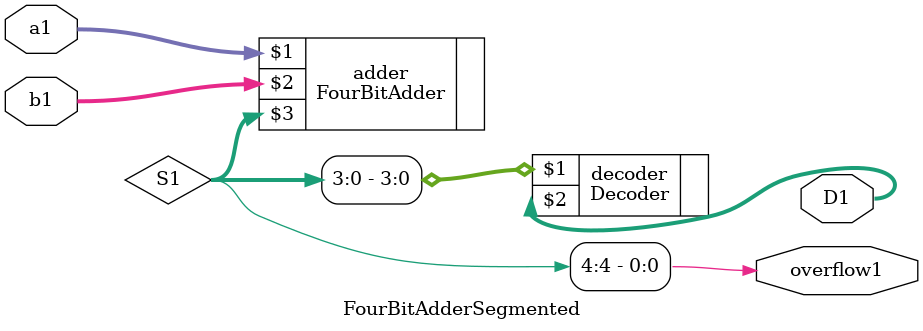
<source format=v>
`timescale 1ns / 1ps


module FourBitAdderSegmented(
input[3:0] a1,
input[3:0] b1,
//output[4:0] S,
output[6:0] D1,
output overflow1
    );
    wire [4:0] S1;
    FourBitAdder adder(a1, b1, S1);
    Decoder decoder(S1[3:0], D1);
    
    assign overflow1 = S1[4];
    
endmodule

</source>
